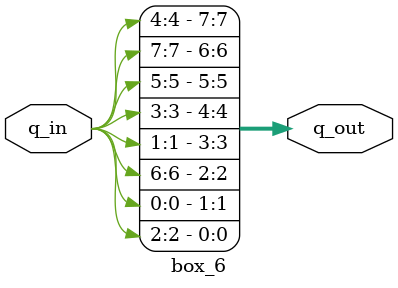
<source format=v>

module box_6(
	input		[7:0]q_in, 
	output	[7:0]q_out); 
	
	assign q_out = {q_in[4], q_in[7], q_in[5], q_in[3], q_in[1], q_in[6], q_in[0], q_in[2]}; 
	
endmodule 
</source>
